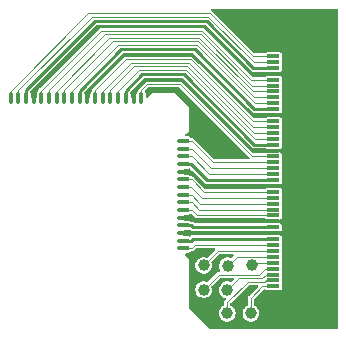
<source format=gbr>
%TF.GenerationSoftware,KiCad,Pcbnew,7.0.7*%
%TF.CreationDate,2024-03-24T16:11:16-04:00*%
%TF.ProjectId,RCP-FLEX,5243502d-464c-4455-982e-6b696361645f,rev?*%
%TF.SameCoordinates,Original*%
%TF.FileFunction,Copper,L1,Top*%
%TF.FilePolarity,Positive*%
%FSLAX46Y46*%
G04 Gerber Fmt 4.6, Leading zero omitted, Abs format (unit mm)*
G04 Created by KiCad (PCBNEW 7.0.7) date 2024-03-24 16:11:16*
%MOMM*%
%LPD*%
G01*
G04 APERTURE LIST*
%TA.AperFunction,ComponentPad*%
%ADD10O,0.400000X1.000000*%
%TD*%
%TA.AperFunction,SMDPad,CuDef*%
%ADD11C,1.000000*%
%TD*%
%TA.AperFunction,ComponentPad*%
%ADD12O,1.000000X0.400000*%
%TD*%
%TA.AperFunction,SMDPad,CuDef*%
%ADD13R,1.000000X0.300000*%
%TD*%
%TA.AperFunction,SMDPad,CuDef*%
%ADD14R,1.300000X2.000000*%
%TD*%
%TA.AperFunction,ViaPad*%
%ADD15C,0.400000*%
%TD*%
%TA.AperFunction,ViaPad*%
%ADD16C,0.800000*%
%TD*%
%TA.AperFunction,Conductor*%
%ADD17C,0.100000*%
%TD*%
%TA.AperFunction,Conductor*%
%ADD18C,0.250000*%
%TD*%
G04 APERTURE END LIST*
D10*
%TO.P,TP2,1,1*%
%TO.N,Net-(J1-Pin_2)*%
X160415000Y-63500000D03*
%TD*%
D11*
%TO.P,TP38,1,1*%
%TO.N,Net-(J1-Pin_38)*%
X178100000Y-79705200D03*
%TD*%
D10*
%TO.P,TP9,1,1*%
%TO.N,Net-(J1-Pin_9)*%
X164965000Y-63500000D03*
%TD*%
D12*
%TO.P,TP31,1,1*%
%TO.N,GND*%
X174390000Y-74910000D03*
%TD*%
D10*
%TO.P,TP5,1,1*%
%TO.N,Net-(J1-Pin_5)*%
X162365000Y-63500000D03*
%TD*%
D12*
%TO.P,TP24,1,1*%
%TO.N,Net-(J1-Pin_24)*%
X174390000Y-70360000D03*
%TD*%
D10*
%TO.P,TP1,1,1*%
%TO.N,Net-(J1-Pin_1)*%
X159765000Y-63500000D03*
%TD*%
%TO.P,TP6,1,1*%
%TO.N,Net-(J1-Pin_6)*%
X163015000Y-63500000D03*
%TD*%
D12*
%TO.P,TP23,1,1*%
%TO.N,GND*%
X174390000Y-69710000D03*
%TD*%
D10*
%TO.P,TP14,1,1*%
%TO.N,Net-(J1-Pin_14)*%
X168215000Y-63500000D03*
%TD*%
%TO.P,TP11,1,1*%
%TO.N,GND*%
X166265000Y-63500000D03*
%TD*%
%TO.P,TP18,1,1*%
%TO.N,Net-(J1-Pin_18)*%
X170815000Y-63500000D03*
%TD*%
D11*
%TO.P,TP37,1,1*%
%TO.N,Net-(J1-Pin_37)*%
X176100000Y-79700000D03*
%TD*%
D10*
%TO.P,TP17,1,1*%
%TO.N,GND*%
X170165000Y-63500000D03*
%TD*%
%TO.P,TP4,1,1*%
%TO.N,GND*%
X161715000Y-63500000D03*
%TD*%
%TO.P,TP10,1,1*%
%TO.N,3v3*%
X165615000Y-63500000D03*
%TD*%
D11*
%TO.P,TP34,1,1*%
%TO.N,Net-(J1-Pin_34)*%
X176098200Y-77647800D03*
%TD*%
%TO.P,TP35,1,1*%
%TO.N,Net-(J1-Pin_35)*%
X178130200Y-77673200D03*
%TD*%
%TO.P,TP40,1,1*%
%TO.N,Net-(J1-Pin_40)*%
X180100000Y-81700000D03*
%TD*%
D13*
%TO.P,J1,1,Pin_1*%
%TO.N,Net-(J1-Pin_1)*%
X182016400Y-59915400D03*
%TO.P,J1,2,Pin_2*%
%TO.N,Net-(J1-Pin_2)*%
X182016400Y-60415400D03*
%TO.P,J1,3,Pin_3*%
%TO.N,3v3*%
X182016400Y-60915400D03*
%TO.P,J1,4,Pin_4*%
%TO.N,GND*%
X182016400Y-61415400D03*
%TO.P,J1,5,Pin_5*%
%TO.N,Net-(J1-Pin_5)*%
X182016400Y-61915400D03*
%TO.P,J1,6,Pin_6*%
%TO.N,Net-(J1-Pin_6)*%
X182016400Y-62415400D03*
%TO.P,J1,7,Pin_7*%
%TO.N,Net-(J1-Pin_7)*%
X182016400Y-62915400D03*
%TO.P,J1,8,Pin_8*%
%TO.N,Net-(J1-Pin_8)*%
X182016400Y-63415400D03*
%TO.P,J1,9,Pin_9*%
%TO.N,Net-(J1-Pin_9)*%
X182016400Y-63915400D03*
%TO.P,J1,10,Pin_10*%
%TO.N,3v3*%
X182016400Y-64415400D03*
%TO.P,J1,11,Pin_11*%
%TO.N,GND*%
X182016400Y-64915400D03*
%TO.P,J1,12,Pin_12*%
%TO.N,Net-(J1-Pin_12)*%
X182016400Y-65415400D03*
%TO.P,J1,13,Pin_13*%
%TO.N,Net-(J1-Pin_13)*%
X182016400Y-65915400D03*
%TO.P,J1,14,Pin_14*%
%TO.N,Net-(J1-Pin_14)*%
X182016400Y-66415400D03*
%TO.P,J1,15,Pin_15*%
%TO.N,Net-(J1-Pin_15)*%
X182016400Y-66915400D03*
%TO.P,J1,16,Pin_16*%
%TO.N,3v3*%
X182016400Y-67415400D03*
%TO.P,J1,17,Pin_17*%
%TO.N,GND*%
X182016400Y-67915400D03*
%TO.P,J1,18,Pin_18*%
%TO.N,Net-(J1-Pin_18)*%
X182016400Y-68415400D03*
%TO.P,J1,19,Pin_19*%
%TO.N,Net-(J1-Pin_19)*%
X182016400Y-68915400D03*
%TO.P,J1,20,Pin_20*%
%TO.N,Net-(J1-Pin_20)*%
X182016400Y-69415400D03*
%TO.P,J1,21,Pin_21*%
%TO.N,Net-(J1-Pin_21)*%
X182016400Y-69915400D03*
%TO.P,J1,22,Pin_22*%
%TO.N,3v3*%
X182016400Y-70415400D03*
%TO.P,J1,23,Pin_23*%
%TO.N,GND*%
X182016400Y-70915400D03*
%TO.P,J1,24,Pin_24*%
%TO.N,Net-(J1-Pin_24)*%
X182016400Y-71415400D03*
%TO.P,J1,25,Pin_25*%
%TO.N,Net-(J1-Pin_25)*%
X182016400Y-71915400D03*
%TO.P,J1,26,Pin_26*%
%TO.N,Net-(J1-Pin_26)*%
X182016400Y-72415400D03*
%TO.P,J1,27,Pin_27*%
%TO.N,Net-(J1-Pin_27)*%
X182016400Y-72915400D03*
%TO.P,J1,28,Pin_28*%
%TO.N,Net-(J1-Pin_28)*%
X182016400Y-73415400D03*
%TO.P,J1,29,Pin_29*%
%TO.N,GND*%
X182016400Y-73915400D03*
%TO.P,J1,30,Pin_30*%
%TO.N,3v3*%
X182016400Y-74415400D03*
%TO.P,J1,31,Pin_31*%
%TO.N,GND*%
X182016400Y-74915400D03*
%TO.P,J1,32,Pin_32*%
%TO.N,3v3*%
X182016400Y-75415400D03*
%TO.P,J1,33,Pin_33*%
%TO.N,Net-(J1-Pin_33)*%
X182016400Y-75915400D03*
%TO.P,J1,34,Pin_34*%
%TO.N,Net-(J1-Pin_34)*%
X182016400Y-76415400D03*
%TO.P,J1,35,Pin_35*%
%TO.N,Net-(J1-Pin_35)*%
X182016400Y-76915400D03*
%TO.P,J1,36,Pin_36*%
%TO.N,Net-(J1-Pin_36)*%
X182016400Y-77415400D03*
%TO.P,J1,37,Pin_37*%
%TO.N,Net-(J1-Pin_37)*%
X182016400Y-77915400D03*
%TO.P,J1,38,Pin_38*%
%TO.N,Net-(J1-Pin_38)*%
X182016400Y-78415400D03*
%TO.P,J1,39,Pin_39*%
%TO.N,Net-(J1-Pin_39)*%
X182016400Y-78915400D03*
%TO.P,J1,40,Pin_40*%
%TO.N,Net-(J1-Pin_40)*%
X182016400Y-79415400D03*
D14*
%TO.P,J1,MP,MountPin*%
%TO.N,GND*%
X184716400Y-81715400D03*
X184716400Y-57615400D03*
%TD*%
D12*
%TO.P,TP29,1,1*%
%TO.N,GND*%
X174390000Y-73610000D03*
%TD*%
%TO.P,TP27,1,1*%
%TO.N,Net-(J1-Pin_27)*%
X174390000Y-72310000D03*
%TD*%
D10*
%TO.P,TP15,1,1*%
%TO.N,Net-(J1-Pin_15)*%
X168865000Y-63500000D03*
%TD*%
%TO.P,TP12,1,1*%
%TO.N,Net-(J1-Pin_12)*%
X166915000Y-63500000D03*
%TD*%
%TO.P,TP7,1,1*%
%TO.N,Net-(J1-Pin_7)*%
X163665000Y-63500000D03*
%TD*%
%TO.P,TP8,1,1*%
%TO.N,Net-(J1-Pin_8)*%
X164315000Y-63500000D03*
%TD*%
%TO.P,TP16,1,1*%
%TO.N,3v3*%
X169515000Y-63500000D03*
%TD*%
D12*
%TO.P,TP20,1,1*%
%TO.N,Net-(J1-Pin_20)*%
X174390000Y-67760000D03*
%TD*%
%TO.P,TP25,1,1*%
%TO.N,Net-(J1-Pin_25)*%
X174390000Y-71010000D03*
%TD*%
%TO.P,TP21,1,1*%
%TO.N,Net-(J1-Pin_21)*%
X174390000Y-68410000D03*
%TD*%
%TO.P,TP22,1,1*%
%TO.N,3v3*%
X174390000Y-69060000D03*
%TD*%
D11*
%TO.P,TP39,1,1*%
%TO.N,Net-(J1-Pin_39)*%
X178100000Y-81700000D03*
%TD*%
D10*
%TO.P,TP3,1,1*%
%TO.N,3v3*%
X161065000Y-63500000D03*
%TD*%
D12*
%TO.P,TP30,1,1*%
%TO.N,3v3*%
X174390000Y-74260000D03*
%TD*%
%TO.P,TP19,1,1*%
%TO.N,Net-(J1-Pin_19)*%
X174390000Y-67110000D03*
%TD*%
%TO.P,TP33,1,1*%
%TO.N,Net-(J1-Pin_33)*%
X174390000Y-76210000D03*
%TD*%
D11*
%TO.P,TP36,1,1*%
%TO.N,Net-(J1-Pin_36)*%
X180162200Y-77647800D03*
%TD*%
D12*
%TO.P,TP28,1,1*%
%TO.N,Net-(J1-Pin_28)*%
X174390000Y-72960000D03*
%TD*%
%TO.P,TP26,1,1*%
%TO.N,Net-(J1-Pin_26)*%
X174390000Y-71660000D03*
%TD*%
%TO.P,TP32,1,1*%
%TO.N,3v3*%
X174390000Y-75560000D03*
%TD*%
D10*
%TO.P,TP13,1,1*%
%TO.N,Net-(J1-Pin_13)*%
X167565000Y-63500000D03*
%TD*%
D15*
%TO.N,Net-(J1-Pin_1)*%
X159760000Y-63200000D03*
%TO.N,Net-(J1-Pin_2)*%
X160410000Y-63200000D03*
%TO.N,3v3*%
X174690000Y-74260000D03*
X174690000Y-69060000D03*
X161070000Y-63200000D03*
X165620000Y-63200000D03*
X169510000Y-63200000D03*
X174690000Y-75560000D03*
%TO.N,GND*%
X174690000Y-73610000D03*
D16*
X176900000Y-67000000D03*
X184800000Y-69600000D03*
D15*
X170160000Y-63200000D03*
D16*
X184800000Y-75600000D03*
D15*
X174690000Y-69710000D03*
X174690000Y-74910000D03*
D16*
X184800000Y-66600000D03*
D15*
X166260000Y-63200000D03*
D16*
X184800000Y-63100000D03*
D15*
X161720000Y-63200000D03*
D16*
X184800000Y-72600000D03*
D15*
%TO.N,Net-(J1-Pin_5)*%
X162360000Y-63200000D03*
%TO.N,Net-(J1-Pin_6)*%
X163010000Y-63200000D03*
%TO.N,Net-(J1-Pin_7)*%
X163660000Y-63200000D03*
%TO.N,Net-(J1-Pin_8)*%
X164310000Y-63200000D03*
%TO.N,Net-(J1-Pin_9)*%
X164960000Y-63200000D03*
%TO.N,Net-(J1-Pin_12)*%
X166910000Y-63200000D03*
%TO.N,Net-(J1-Pin_13)*%
X167560000Y-63200000D03*
%TO.N,Net-(J1-Pin_14)*%
X168210000Y-63200000D03*
%TO.N,Net-(J1-Pin_15)*%
X168860000Y-63200000D03*
%TO.N,Net-(J1-Pin_18)*%
X170810000Y-63200000D03*
%TO.N,Net-(J1-Pin_19)*%
X174690000Y-67110000D03*
%TO.N,Net-(J1-Pin_20)*%
X174690000Y-67760000D03*
%TO.N,Net-(J1-Pin_21)*%
X174690000Y-68410000D03*
%TO.N,Net-(J1-Pin_24)*%
X174690000Y-70360000D03*
%TO.N,Net-(J1-Pin_25)*%
X174690000Y-71010000D03*
%TO.N,Net-(J1-Pin_26)*%
X174690000Y-71660000D03*
%TO.N,Net-(J1-Pin_27)*%
X174690000Y-72310000D03*
%TO.N,Net-(J1-Pin_28)*%
X174690000Y-72960000D03*
%TO.N,Net-(J1-Pin_33)*%
X174690000Y-76210000D03*
%TD*%
D17*
%TO.N,Net-(J1-Pin_1)*%
X159765000Y-62835000D02*
X166325000Y-56275000D01*
X159760000Y-63200000D02*
X159765000Y-63195000D01*
X159765000Y-63195000D02*
X159765000Y-62835000D01*
X159765000Y-63205000D02*
X159760000Y-63200000D01*
X159765000Y-63500000D02*
X159765000Y-63205000D01*
X166325000Y-56275000D02*
X176629594Y-56275000D01*
X176629594Y-56275000D02*
X180269994Y-59915400D01*
X180269994Y-59915400D02*
X182016400Y-59915400D01*
%TO.N,Net-(J1-Pin_2)*%
X180345730Y-60415400D02*
X182016400Y-60415400D01*
X176505330Y-56575000D02*
X180345730Y-60415400D01*
X160415000Y-63205000D02*
X160410000Y-63200000D01*
X160410000Y-63200000D02*
X160415000Y-63195000D01*
X160415000Y-63195000D02*
X160415000Y-62785000D01*
X160415000Y-63500000D02*
X160415000Y-63205000D01*
X166625000Y-56575000D02*
X176505330Y-56575000D01*
X160415000Y-62785000D02*
X166625000Y-56575000D01*
D18*
%TO.N,3v3*%
X176415400Y-70415400D02*
X182016400Y-70415400D01*
X175184600Y-75415400D02*
X182016400Y-75415400D01*
X161065000Y-63195000D02*
X161065000Y-62798604D01*
X169109804Y-59353800D02*
X175344790Y-59353800D01*
X165615000Y-62848604D02*
X169109804Y-59353800D01*
X174690000Y-75560000D02*
X175040000Y-75560000D01*
X169515000Y-63205000D02*
X169510000Y-63200000D01*
X175060000Y-69060000D02*
X176415400Y-70415400D01*
X165615000Y-63205000D02*
X165620000Y-63200000D01*
X161065000Y-62798604D02*
X166913604Y-56950000D01*
X169510000Y-63200000D02*
X169515000Y-63195000D01*
X169515000Y-63500000D02*
X169515000Y-63205000D01*
X161065000Y-63205000D02*
X161070000Y-63200000D01*
X176350000Y-56950000D02*
X180315400Y-60915400D01*
X161065000Y-63500000D02*
X161065000Y-63205000D01*
X174690000Y-69060000D02*
X175060000Y-69060000D01*
X180406390Y-64415400D02*
X182016400Y-64415400D01*
X180400462Y-67415400D02*
X182016400Y-67415400D01*
X166913604Y-56950000D02*
X176350000Y-56950000D01*
X165615000Y-63195000D02*
X165615000Y-62848604D01*
X175060000Y-74260000D02*
X175215400Y-74415400D01*
X174690000Y-74260000D02*
X175060000Y-74260000D01*
X175040000Y-75560000D02*
X175184600Y-75415400D01*
X175344790Y-59353800D02*
X180406390Y-64415400D01*
X169515000Y-62848604D02*
X170909804Y-61453800D01*
X180315400Y-60915400D02*
X182016400Y-60915400D01*
X174390000Y-74260000D02*
X174690000Y-74260000D01*
X161070000Y-63200000D02*
X161065000Y-63195000D01*
X175215400Y-74415400D02*
X182016400Y-74415400D01*
X174390000Y-69060000D02*
X174690000Y-69060000D01*
X169515000Y-63195000D02*
X169515000Y-62848604D01*
X174390000Y-75560000D02*
X174690000Y-75560000D01*
X165615000Y-63500000D02*
X165615000Y-63205000D01*
X165620000Y-63200000D02*
X165615000Y-63195000D01*
X170909804Y-61453800D02*
X174438862Y-61453800D01*
X174438862Y-61453800D02*
X180400462Y-67415400D01*
%TO.N,GND*%
X174690000Y-74910000D02*
X175090000Y-74910000D01*
X175351796Y-73915400D02*
X182016400Y-73915400D01*
X176148706Y-57400000D02*
X180164106Y-61415400D01*
X175100000Y-73700000D02*
X175136396Y-73700000D01*
X176279004Y-70915400D02*
X182016400Y-70915400D01*
X166260000Y-63200000D02*
X166265000Y-63195000D01*
X169296200Y-59803800D02*
X175158394Y-59803800D01*
X161720000Y-63200000D02*
X161715000Y-63195000D01*
X180264066Y-67915400D02*
X182016400Y-67915400D01*
X166265000Y-63500000D02*
X166265000Y-63205000D01*
X166265000Y-62835000D02*
X169296200Y-59803800D01*
X174390000Y-73610000D02*
X174690000Y-73610000D01*
X170165000Y-63205000D02*
X170160000Y-63200000D01*
X175073604Y-69710000D02*
X176279004Y-70915400D01*
X175158394Y-59803800D02*
X180269994Y-64915400D01*
X174690000Y-73610000D02*
X175010000Y-73610000D01*
X174690000Y-69710000D02*
X175073604Y-69710000D01*
X180269994Y-64915400D02*
X182016400Y-64915400D01*
X170165000Y-63195000D02*
X170165000Y-62835000D01*
X174252466Y-61903800D02*
X180264066Y-67915400D01*
X180164106Y-61415400D02*
X182016400Y-61415400D01*
X174390000Y-69710000D02*
X174690000Y-69710000D01*
X161715000Y-63205000D02*
X161720000Y-63200000D01*
X161715000Y-63195000D02*
X161715000Y-62785000D01*
X170160000Y-63200000D02*
X170165000Y-63195000D01*
X171096200Y-61903800D02*
X174252466Y-61903800D01*
X174390000Y-74910000D02*
X174690000Y-74910000D01*
X166265000Y-63205000D02*
X166260000Y-63200000D01*
X167100000Y-57400000D02*
X176148706Y-57400000D01*
X161715000Y-63500000D02*
X161715000Y-63205000D01*
X170165000Y-63500000D02*
X170165000Y-63205000D01*
X166265000Y-63195000D02*
X166265000Y-62835000D01*
X175010000Y-73610000D02*
X175100000Y-73700000D01*
X161715000Y-62785000D02*
X167100000Y-57400000D01*
X175136396Y-73700000D02*
X175351796Y-73915400D01*
X175115400Y-74915400D02*
X182016400Y-74915400D01*
X170165000Y-62835000D02*
X171096200Y-61903800D01*
D17*
%TO.N,Net-(J1-Pin_5)*%
X162365000Y-63500000D02*
X162365000Y-63205000D01*
X162360000Y-63200000D02*
X162365000Y-63195000D01*
X162365000Y-63205000D02*
X162360000Y-63200000D01*
X167421200Y-57778800D02*
X175997176Y-57778800D01*
X175997176Y-57778800D02*
X180133776Y-61915400D01*
X162365000Y-62835000D02*
X167421200Y-57778800D01*
X180133776Y-61915400D02*
X182016400Y-61915400D01*
X162365000Y-63195000D02*
X162365000Y-62835000D01*
%TO.N,Net-(J1-Pin_6)*%
X180209512Y-62415400D02*
X182016400Y-62415400D01*
X163015000Y-63205000D02*
X163010000Y-63200000D01*
X163015000Y-63195000D02*
X163015000Y-62785000D01*
X175872912Y-58078800D02*
X180209512Y-62415400D01*
X163015000Y-63500000D02*
X163015000Y-63205000D01*
X163010000Y-63200000D02*
X163015000Y-63195000D01*
X163015000Y-62785000D02*
X167721200Y-58078800D01*
X167721200Y-58078800D02*
X175872912Y-58078800D01*
%TO.N,Net-(J1-Pin_7)*%
X163665000Y-63500000D02*
X163665000Y-63205000D01*
X180285248Y-62915400D02*
X182016400Y-62915400D01*
X175748648Y-58378800D02*
X180285248Y-62915400D01*
X163665000Y-62835000D02*
X168121200Y-58378800D01*
X168121200Y-58378800D02*
X175748648Y-58378800D01*
X163665000Y-63195000D02*
X163665000Y-62835000D01*
X163660000Y-63200000D02*
X163665000Y-63195000D01*
X163665000Y-63205000D02*
X163660000Y-63200000D01*
%TO.N,Net-(J1-Pin_8)*%
X164310000Y-63200000D02*
X164315000Y-63195000D01*
X164315000Y-63195000D02*
X164315000Y-62785000D01*
X175624384Y-58678800D02*
X180360984Y-63415400D01*
X164315000Y-63500000D02*
X164315000Y-63205000D01*
X164315000Y-63205000D02*
X164310000Y-63200000D01*
X164315000Y-62785000D02*
X168421200Y-58678800D01*
X168421200Y-58678800D02*
X175624384Y-58678800D01*
X180360984Y-63415400D02*
X182016400Y-63415400D01*
%TO.N,Net-(J1-Pin_9)*%
X168821200Y-58978800D02*
X175500120Y-58978800D01*
X180436720Y-63915400D02*
X182016400Y-63915400D01*
X164965000Y-63195000D02*
X164965000Y-62835000D01*
X175500120Y-58978800D02*
X180436720Y-63915400D01*
X164965000Y-63500000D02*
X164965000Y-63205000D01*
X164965000Y-62835000D02*
X168821200Y-58978800D01*
X164965000Y-63205000D02*
X164960000Y-63200000D01*
X164960000Y-63200000D02*
X164965000Y-63195000D01*
%TO.N,Net-(J1-Pin_12)*%
X169521200Y-60178800D02*
X175003064Y-60178800D01*
X180239664Y-65415400D02*
X182016400Y-65415400D01*
X166910000Y-63200000D02*
X166915000Y-63195000D01*
X166915000Y-63195000D02*
X166915000Y-62785000D01*
X166915000Y-62785000D02*
X169521200Y-60178800D01*
X175003064Y-60178800D02*
X180239664Y-65415400D01*
X166915000Y-63205000D02*
X166910000Y-63200000D01*
X166915000Y-63500000D02*
X166915000Y-63205000D01*
%TO.N,Net-(J1-Pin_13)*%
X167565000Y-63205000D02*
X167560000Y-63200000D01*
X174878800Y-60478800D02*
X180315400Y-65915400D01*
X167565000Y-63195000D02*
X167565000Y-62835000D01*
X167560000Y-63200000D02*
X167565000Y-63195000D01*
X167565000Y-63500000D02*
X167565000Y-63205000D01*
X167565000Y-62835000D02*
X169921200Y-60478800D01*
X180315400Y-65915400D02*
X182016400Y-65915400D01*
X169921200Y-60478800D02*
X174878800Y-60478800D01*
%TO.N,Net-(J1-Pin_14)*%
X168210000Y-63200000D02*
X168215000Y-63195000D01*
X168215000Y-63205000D02*
X168210000Y-63200000D01*
X180355056Y-66415400D02*
X182016400Y-66415400D01*
X168215000Y-63500000D02*
X168215000Y-63205000D01*
X168215000Y-63195000D02*
X168215000Y-62785000D01*
X170221200Y-60778800D02*
X174718456Y-60778800D01*
X174718456Y-60778800D02*
X180355056Y-66415400D01*
X168215000Y-62785000D02*
X170221200Y-60778800D01*
%TO.N,Net-(J1-Pin_15)*%
X174594192Y-61078800D02*
X180430792Y-66915400D01*
X170621200Y-61078800D02*
X174594192Y-61078800D01*
X168865000Y-63195000D02*
X168865000Y-62835000D01*
X180430792Y-66915400D02*
X182016400Y-66915400D01*
X168860000Y-63200000D02*
X168865000Y-63195000D01*
X168865000Y-62835000D02*
X170621200Y-61078800D01*
X168865000Y-63500000D02*
X168865000Y-63205000D01*
X168865000Y-63205000D02*
X168860000Y-63200000D01*
%TO.N,Net-(J1-Pin_18)*%
X170815000Y-63500000D02*
X170815000Y-63205000D01*
X171341200Y-62278800D02*
X174097136Y-62278800D01*
X170815000Y-63205000D02*
X170810000Y-63200000D01*
X170815000Y-63195000D02*
X170815000Y-62805000D01*
X170815000Y-62805000D02*
X171341200Y-62278800D01*
X174097136Y-62278800D02*
X180233736Y-68415400D01*
X170810000Y-63200000D02*
X170815000Y-63195000D01*
X180233736Y-68415400D02*
X182016400Y-68415400D01*
%TO.N,Net-(J1-Pin_19)*%
X175090000Y-67110000D02*
X176895400Y-68915400D01*
X174690000Y-67110000D02*
X175090000Y-67110000D01*
X176895400Y-68915400D02*
X182016400Y-68915400D01*
X174390000Y-67110000D02*
X174690000Y-67110000D01*
%TO.N,Net-(J1-Pin_20)*%
X175090000Y-67760000D02*
X176745400Y-69415400D01*
X174690000Y-67760000D02*
X175090000Y-67760000D01*
X174390000Y-67760000D02*
X174690000Y-67760000D01*
X176745400Y-69415400D02*
X182016400Y-69415400D01*
%TO.N,Net-(J1-Pin_21)*%
X174690000Y-68410000D02*
X175090000Y-68410000D01*
X176595400Y-69915400D02*
X182016400Y-69915400D01*
X175090000Y-68410000D02*
X176595400Y-69915400D01*
X174390000Y-68410000D02*
X174690000Y-68410000D01*
%TO.N,Net-(J1-Pin_24)*%
X174390000Y-70360000D02*
X174690000Y-70360000D01*
X175090000Y-70360000D02*
X176145400Y-71415400D01*
X176145400Y-71415400D02*
X182016400Y-71415400D01*
X174690000Y-70360000D02*
X175090000Y-70360000D01*
%TO.N,Net-(J1-Pin_25)*%
X174390000Y-71010000D02*
X174690000Y-71010000D01*
X174690000Y-71010000D02*
X175070000Y-71010000D01*
X175975400Y-71915400D02*
X182016400Y-71915400D01*
X175070000Y-71010000D02*
X175975400Y-71915400D01*
%TO.N,Net-(J1-Pin_26)*%
X175835400Y-72415400D02*
X182016400Y-72415400D01*
X175080000Y-71660000D02*
X175835400Y-72415400D01*
X174390000Y-71660000D02*
X174690000Y-71660000D01*
X174690000Y-71660000D02*
X175080000Y-71660000D01*
%TO.N,Net-(J1-Pin_27)*%
X175080000Y-72310000D02*
X175685400Y-72915400D01*
X174390000Y-72310000D02*
X174690000Y-72310000D01*
X174690000Y-72310000D02*
X175080000Y-72310000D01*
X175685400Y-72915400D02*
X182016400Y-72915400D01*
%TO.N,Net-(J1-Pin_28)*%
X174690000Y-72960000D02*
X175090000Y-72960000D01*
X174390000Y-72960000D02*
X174690000Y-72960000D01*
X175090000Y-72960000D02*
X175545400Y-73415400D01*
X175545400Y-73415400D02*
X182016400Y-73415400D01*
%TO.N,Net-(J1-Pin_33)*%
X174390000Y-76210000D02*
X174690000Y-76210000D01*
X175374600Y-75915400D02*
X182016400Y-75915400D01*
X174690000Y-76210000D02*
X175080000Y-76210000D01*
X175080000Y-76210000D02*
X175374600Y-75915400D01*
%TO.N,Net-(J1-Pin_34)*%
X176098200Y-77647800D02*
X177330600Y-76415400D01*
X177330600Y-76415400D02*
X182016400Y-76415400D01*
%TO.N,Net-(J1-Pin_35)*%
X178905600Y-76897800D02*
X181998800Y-76897800D01*
X178130200Y-77673200D02*
X178905600Y-76897800D01*
X181998800Y-76897800D02*
X182016400Y-76915400D01*
%TO.N,Net-(J1-Pin_36)*%
X180394600Y-77415400D02*
X182016400Y-77415400D01*
X180162200Y-77647800D02*
X180394600Y-77415400D01*
%TO.N,Net-(J1-Pin_37)*%
X180776800Y-78423200D02*
X181284600Y-77915400D01*
X177376800Y-78423200D02*
X180776800Y-78423200D01*
X176100000Y-79700000D02*
X177376800Y-78423200D01*
X181284600Y-77915400D02*
X182016400Y-77915400D01*
%TO.N,Net-(J1-Pin_38)*%
X179082000Y-78723200D02*
X181058600Y-78723200D01*
X178100000Y-79705200D02*
X179082000Y-78723200D01*
X181366400Y-78415400D02*
X182016400Y-78415400D01*
X181058600Y-78723200D02*
X181366400Y-78415400D01*
%TO.N,Net-(J1-Pin_39)*%
X178100000Y-80765861D02*
X179842661Y-79023200D01*
X178100000Y-81700000D02*
X178100000Y-80765861D01*
X179842661Y-79023200D02*
X181266400Y-79023200D01*
X181374200Y-78915400D02*
X182016400Y-78915400D01*
X181266400Y-79023200D02*
X181374200Y-78915400D01*
%TO.N,Net-(J1-Pin_40)*%
X180100000Y-80400000D02*
X181084600Y-79415400D01*
X180100000Y-81700000D02*
X180100000Y-80400000D01*
X181084600Y-79415400D02*
X182016400Y-79415400D01*
%TD*%
%TA.AperFunction,Conductor*%
%TO.N,GND*%
G36*
X187410691Y-55919407D02*
G01*
X187446655Y-55968907D01*
X187451500Y-55999500D01*
X187451500Y-82958500D01*
X187432593Y-83016691D01*
X187383093Y-83052655D01*
X187352500Y-83057500D01*
X176672815Y-83057500D01*
X176614624Y-83038593D01*
X176602811Y-83028504D01*
X174908505Y-81334197D01*
X174880728Y-81279680D01*
X174879509Y-81264178D01*
X174880496Y-77122359D01*
X174880542Y-77110001D01*
X174880424Y-77109718D01*
X174880424Y-77109717D01*
X174880383Y-77109617D01*
X174880381Y-77109616D01*
X174866790Y-77095957D01*
X174866407Y-77095700D01*
X174550211Y-76779503D01*
X174522434Y-76724987D01*
X174532005Y-76664555D01*
X174575270Y-76621290D01*
X174620215Y-76610500D01*
X174650691Y-76610500D01*
X174666177Y-76611718D01*
X174690000Y-76615492D01*
X174815304Y-76595646D01*
X174928342Y-76538050D01*
X174976677Y-76489714D01*
X175031191Y-76461938D01*
X175065993Y-76462621D01*
X175080000Y-76465408D01*
X175177741Y-76445966D01*
X175223486Y-76415400D01*
X175260601Y-76390601D01*
X175269163Y-76377785D01*
X175281470Y-76362788D01*
X175449363Y-76194896D01*
X175503881Y-76167119D01*
X175519367Y-76165900D01*
X176986830Y-76165900D01*
X177045021Y-76184807D01*
X177080985Y-76234307D01*
X177080985Y-76295493D01*
X177056834Y-76334904D01*
X176432274Y-76959463D01*
X176377757Y-76987240D01*
X176338579Y-76985582D01*
X176183261Y-76947300D01*
X176183256Y-76947300D01*
X176013144Y-76947300D01*
X176013141Y-76947300D01*
X175847976Y-76988009D01*
X175697346Y-77067067D01*
X175570018Y-77179869D01*
X175570016Y-77179872D01*
X175502357Y-77277893D01*
X175473382Y-77319870D01*
X175413060Y-77478928D01*
X175392555Y-77647800D01*
X175413060Y-77816672D01*
X175473382Y-77975730D01*
X175570017Y-78115729D01*
X175697348Y-78228534D01*
X175847975Y-78307590D01*
X176013144Y-78348300D01*
X176013147Y-78348300D01*
X176183253Y-78348300D01*
X176183256Y-78348300D01*
X176348425Y-78307590D01*
X176499052Y-78228534D01*
X176626383Y-78115729D01*
X176723018Y-77975730D01*
X176783340Y-77816672D01*
X176803845Y-77647800D01*
X176783340Y-77478928D01*
X176761489Y-77421313D01*
X176758535Y-77360200D01*
X176784054Y-77316205D01*
X176913091Y-77187169D01*
X177405364Y-76694896D01*
X177459881Y-76667119D01*
X177475368Y-76665900D01*
X178544231Y-76665900D01*
X178602422Y-76684807D01*
X178638386Y-76734307D01*
X178638386Y-76795493D01*
X178614234Y-76834904D01*
X178464273Y-76984864D01*
X178409757Y-77012641D01*
X178370578Y-77010983D01*
X178215258Y-76972700D01*
X178215256Y-76972700D01*
X178045144Y-76972700D01*
X178045141Y-76972700D01*
X177879976Y-77013409D01*
X177729346Y-77092467D01*
X177602018Y-77205269D01*
X177602016Y-77205271D01*
X177602017Y-77205271D01*
X177505382Y-77345270D01*
X177454693Y-77478929D01*
X177445060Y-77504329D01*
X177427848Y-77646084D01*
X177424555Y-77673200D01*
X177445060Y-77842072D01*
X177505382Y-78001130D01*
X177516655Y-78017461D01*
X177534151Y-78076091D01*
X177513844Y-78133808D01*
X177463489Y-78168566D01*
X177435180Y-78172700D01*
X177411226Y-78172700D01*
X177391913Y-78170798D01*
X177376800Y-78167792D01*
X177352126Y-78172700D01*
X177279060Y-78187234D01*
X177279058Y-78187234D01*
X177279058Y-78187235D01*
X177279057Y-78187235D01*
X177196201Y-78242597D01*
X177196196Y-78242602D01*
X177187638Y-78255410D01*
X177175329Y-78270409D01*
X176434074Y-79011664D01*
X176379557Y-79039441D01*
X176340378Y-79037783D01*
X176185058Y-78999500D01*
X176185056Y-78999500D01*
X176014944Y-78999500D01*
X176014941Y-78999500D01*
X175849776Y-79040209D01*
X175699146Y-79119267D01*
X175571818Y-79232069D01*
X175571816Y-79232072D01*
X175562442Y-79245653D01*
X175475182Y-79372070D01*
X175414860Y-79531128D01*
X175408025Y-79587418D01*
X175394355Y-79699998D01*
X175394355Y-79700001D01*
X175395091Y-79706059D01*
X175414860Y-79868872D01*
X175475182Y-80027930D01*
X175571816Y-80167927D01*
X175571818Y-80167930D01*
X175577688Y-80173130D01*
X175699148Y-80280734D01*
X175849775Y-80359790D01*
X176014944Y-80400500D01*
X176014947Y-80400500D01*
X176185053Y-80400500D01*
X176185056Y-80400500D01*
X176350225Y-80359790D01*
X176500852Y-80280734D01*
X176628183Y-80167929D01*
X176724818Y-80027930D01*
X176785140Y-79868872D01*
X176804909Y-79706059D01*
X176805645Y-79700001D01*
X176805645Y-79699998D01*
X176798800Y-79643627D01*
X176785140Y-79531128D01*
X176763289Y-79473513D01*
X176760335Y-79412400D01*
X176785854Y-79368405D01*
X177451565Y-78702696D01*
X177506081Y-78674919D01*
X177521568Y-78673700D01*
X178538232Y-78673700D01*
X178596423Y-78692607D01*
X178632387Y-78742107D01*
X178632387Y-78803293D01*
X178608235Y-78842704D01*
X178434073Y-79016864D01*
X178379556Y-79044641D01*
X178340378Y-79042983D01*
X178185058Y-79004700D01*
X178185056Y-79004700D01*
X178014944Y-79004700D01*
X178014941Y-79004700D01*
X177849776Y-79045409D01*
X177699146Y-79124467D01*
X177571818Y-79237269D01*
X177571816Y-79237272D01*
X177545830Y-79274919D01*
X177475182Y-79377270D01*
X177436710Y-79478715D01*
X177414860Y-79536329D01*
X177394355Y-79705198D01*
X177394355Y-79705201D01*
X177394932Y-79709950D01*
X177414860Y-79874072D01*
X177475182Y-80033130D01*
X177571817Y-80173129D01*
X177699148Y-80285934D01*
X177849775Y-80364990D01*
X177849777Y-80364991D01*
X177917482Y-80381678D01*
X177969458Y-80413961D01*
X177992531Y-80470629D01*
X177977889Y-80530037D01*
X177963795Y-80547805D01*
X177947212Y-80564388D01*
X177932213Y-80576697D01*
X177919402Y-80585257D01*
X177919397Y-80585262D01*
X177885519Y-80635966D01*
X177864034Y-80668118D01*
X177844592Y-80765861D01*
X177847598Y-80780972D01*
X177849500Y-80800286D01*
X177849500Y-80980506D01*
X177830593Y-81038697D01*
X177796508Y-81068166D01*
X177699148Y-81119266D01*
X177699146Y-81119267D01*
X177699145Y-81119268D01*
X177571818Y-81232069D01*
X177571816Y-81232072D01*
X177521345Y-81305192D01*
X177475182Y-81372070D01*
X177414860Y-81531128D01*
X177394355Y-81700000D01*
X177414860Y-81868872D01*
X177475182Y-82027930D01*
X177571817Y-82167929D01*
X177699148Y-82280734D01*
X177849775Y-82359790D01*
X178014944Y-82400500D01*
X178014947Y-82400500D01*
X178185053Y-82400500D01*
X178185056Y-82400500D01*
X178350225Y-82359790D01*
X178500852Y-82280734D01*
X178628183Y-82167929D01*
X178724818Y-82027930D01*
X178785140Y-81868872D01*
X178805645Y-81700000D01*
X178785140Y-81531128D01*
X178724818Y-81372070D01*
X178628183Y-81232071D01*
X178500852Y-81119266D01*
X178403491Y-81068166D01*
X178360753Y-81024381D01*
X178350500Y-80980506D01*
X178350500Y-80910629D01*
X178369407Y-80852438D01*
X178379496Y-80840625D01*
X179917426Y-79302696D01*
X179971943Y-79274919D01*
X179987430Y-79273700D01*
X180633031Y-79273700D01*
X180691222Y-79292607D01*
X180727186Y-79342107D01*
X180727186Y-79403293D01*
X180703035Y-79442704D01*
X179947209Y-80198529D01*
X179932210Y-80210838D01*
X179919402Y-80219396D01*
X179919398Y-80219400D01*
X179883942Y-80272462D01*
X179864033Y-80302260D01*
X179848236Y-80381678D01*
X179844592Y-80400000D01*
X179844691Y-80400500D01*
X179847598Y-80415111D01*
X179849500Y-80434425D01*
X179849500Y-80980506D01*
X179830593Y-81038697D01*
X179796508Y-81068166D01*
X179699148Y-81119266D01*
X179699146Y-81119267D01*
X179699145Y-81119268D01*
X179571818Y-81232069D01*
X179571816Y-81232072D01*
X179521345Y-81305192D01*
X179475182Y-81372070D01*
X179414860Y-81531128D01*
X179394355Y-81700000D01*
X179414860Y-81868872D01*
X179475182Y-82027930D01*
X179571817Y-82167929D01*
X179699148Y-82280734D01*
X179849775Y-82359790D01*
X180014944Y-82400500D01*
X180014947Y-82400500D01*
X180185053Y-82400500D01*
X180185056Y-82400500D01*
X180350225Y-82359790D01*
X180500852Y-82280734D01*
X180628183Y-82167929D01*
X180724818Y-82027930D01*
X180785140Y-81868872D01*
X180805645Y-81700000D01*
X180785140Y-81531128D01*
X180724818Y-81372070D01*
X180628183Y-81232071D01*
X180500852Y-81119266D01*
X180403491Y-81068166D01*
X180360753Y-81024381D01*
X180350500Y-80980506D01*
X180350500Y-80544768D01*
X180369407Y-80486577D01*
X180379496Y-80474764D01*
X181159365Y-79694896D01*
X181213882Y-79667119D01*
X181229369Y-79665900D01*
X181289497Y-79665900D01*
X181347688Y-79684807D01*
X181371811Y-79709897D01*
X181371848Y-79709952D01*
X181438169Y-79754267D01*
X181482631Y-79763111D01*
X181496641Y-79765898D01*
X181496646Y-79765898D01*
X181496652Y-79765900D01*
X181496653Y-79765900D01*
X182536147Y-79765900D01*
X182536148Y-79765900D01*
X182594631Y-79754267D01*
X182660952Y-79709952D01*
X182705267Y-79643631D01*
X182716900Y-79585148D01*
X182716900Y-79245652D01*
X182705267Y-79187169D01*
X182704779Y-79184715D01*
X182704779Y-79146085D01*
X182716898Y-79085158D01*
X182716900Y-79085146D01*
X182716900Y-78745653D01*
X182716900Y-78745652D01*
X182705267Y-78687169D01*
X182705266Y-78687167D01*
X182704778Y-78684714D01*
X182704779Y-78646084D01*
X182716898Y-78585158D01*
X182716900Y-78585146D01*
X182716900Y-78245653D01*
X182716900Y-78245652D01*
X182705267Y-78187169D01*
X182705266Y-78187167D01*
X182704778Y-78184713D01*
X182704779Y-78146082D01*
X182705765Y-78141129D01*
X182710817Y-78115729D01*
X182716899Y-78085156D01*
X182716900Y-78085146D01*
X182716900Y-77745653D01*
X182716900Y-77745652D01*
X182705267Y-77687169D01*
X182705266Y-77687167D01*
X182704778Y-77684714D01*
X182704779Y-77646084D01*
X182716898Y-77585158D01*
X182716900Y-77585146D01*
X182716900Y-77245653D01*
X182716898Y-77245641D01*
X182704779Y-77184715D01*
X182704779Y-77146085D01*
X182716898Y-77085158D01*
X182716900Y-77085146D01*
X182716900Y-76745653D01*
X182716900Y-76745652D01*
X182705267Y-76687169D01*
X182705266Y-76687167D01*
X182704778Y-76684713D01*
X182704779Y-76646082D01*
X182709968Y-76620000D01*
X182714812Y-76595645D01*
X182716899Y-76585156D01*
X182716900Y-76585146D01*
X182716900Y-76245653D01*
X182716898Y-76245641D01*
X182704779Y-76184715D01*
X182704779Y-76146085D01*
X182716898Y-76085158D01*
X182716900Y-76085146D01*
X182716900Y-75745653D01*
X182716900Y-75745652D01*
X182705267Y-75687169D01*
X182705266Y-75687167D01*
X182704778Y-75684714D01*
X182704779Y-75646084D01*
X182716898Y-75585158D01*
X182716900Y-75585146D01*
X182716900Y-75245653D01*
X182716898Y-75245641D01*
X182712790Y-75224990D01*
X182705267Y-75187169D01*
X182660952Y-75120848D01*
X182660948Y-75120845D01*
X182594633Y-75076534D01*
X182594631Y-75076533D01*
X182594628Y-75076532D01*
X182594627Y-75076532D01*
X182536158Y-75064901D01*
X182536148Y-75064900D01*
X181496652Y-75064900D01*
X181496651Y-75064900D01*
X181496641Y-75064901D01*
X181438172Y-75076532D01*
X181438170Y-75076532D01*
X181438169Y-75076533D01*
X181438168Y-75076533D01*
X181429157Y-75080266D01*
X181428123Y-75077769D01*
X181388132Y-75089900D01*
X175200966Y-75089900D01*
X175196665Y-75089712D01*
X175160326Y-75086533D01*
X175155794Y-75086137D01*
X175155789Y-75086137D01*
X175116170Y-75096753D01*
X175111954Y-75097688D01*
X175071556Y-75104811D01*
X175071548Y-75104814D01*
X175070240Y-75105570D01*
X175046386Y-75115451D01*
X175044924Y-75115842D01*
X175044917Y-75115845D01*
X175044916Y-75115846D01*
X175011304Y-75139380D01*
X175007675Y-75141691D01*
X174972144Y-75162206D01*
X174972142Y-75162208D01*
X174968646Y-75166375D01*
X174916757Y-75198795D01*
X174855721Y-75194524D01*
X174847866Y-75190945D01*
X174815304Y-75174354D01*
X174721519Y-75159500D01*
X174690001Y-75154508D01*
X174690000Y-75154508D01*
X174666178Y-75158281D01*
X174650691Y-75159500D01*
X174489280Y-75159500D01*
X174431089Y-75140593D01*
X174395125Y-75091093D01*
X174390280Y-75060514D01*
X174390237Y-74759514D01*
X174409136Y-74701321D01*
X174458631Y-74665350D01*
X174489237Y-74660500D01*
X174650691Y-74660500D01*
X174666177Y-74661718D01*
X174690000Y-74665492D01*
X174815304Y-74645646D01*
X174863093Y-74621295D01*
X174923523Y-74611724D01*
X174978040Y-74639500D01*
X174983876Y-74645869D01*
X174996153Y-74660500D01*
X175002945Y-74668594D01*
X175038473Y-74689106D01*
X175042112Y-74691425D01*
X175075711Y-74714951D01*
X175075713Y-74714952D01*
X175075716Y-74714954D01*
X175077167Y-74715342D01*
X175101059Y-74725240D01*
X175101586Y-74725543D01*
X175102355Y-74725988D01*
X175142751Y-74733110D01*
X175146948Y-74734040D01*
X175186593Y-74744664D01*
X175227477Y-74741087D01*
X175231777Y-74740900D01*
X181388132Y-74740900D01*
X181428123Y-74753030D01*
X181429157Y-74750534D01*
X181438164Y-74754263D01*
X181438169Y-74754267D01*
X181482631Y-74763111D01*
X181496641Y-74765898D01*
X181496646Y-74765898D01*
X181496652Y-74765900D01*
X181496653Y-74765900D01*
X182536147Y-74765900D01*
X182536148Y-74765900D01*
X182594631Y-74754267D01*
X182660952Y-74709952D01*
X182705267Y-74643631D01*
X182716900Y-74585148D01*
X182716900Y-74245652D01*
X182705267Y-74187169D01*
X182660952Y-74120848D01*
X182596481Y-74077769D01*
X182594633Y-74076534D01*
X182594631Y-74076533D01*
X182594628Y-74076532D01*
X182594627Y-74076532D01*
X182536158Y-74064901D01*
X182536148Y-74064900D01*
X181496652Y-74064900D01*
X181496651Y-74064900D01*
X181496641Y-74064901D01*
X181438172Y-74076532D01*
X181438170Y-74076532D01*
X181438169Y-74076533D01*
X181438168Y-74076533D01*
X181429157Y-74080266D01*
X181428123Y-74077769D01*
X181388132Y-74089900D01*
X175391234Y-74089900D01*
X175333043Y-74070993D01*
X175321230Y-74060904D01*
X175301741Y-74041414D01*
X175298822Y-74038229D01*
X175272456Y-74006806D01*
X175249818Y-73993736D01*
X175236918Y-73986288D01*
X175233288Y-73983975D01*
X175199684Y-73960446D01*
X175199679Y-73960443D01*
X175198224Y-73960054D01*
X175174348Y-73950164D01*
X175173045Y-73949411D01*
X175132652Y-73942289D01*
X175128436Y-73941354D01*
X175102153Y-73934312D01*
X175088807Y-73930736D01*
X175088806Y-73930736D01*
X175084381Y-73931123D01*
X175047926Y-73934312D01*
X175043626Y-73934500D01*
X174957114Y-73934500D01*
X174912168Y-73923709D01*
X174815307Y-73874355D01*
X174815304Y-73874354D01*
X174690000Y-73854508D01*
X174666178Y-73858281D01*
X174650691Y-73859500D01*
X174489096Y-73859500D01*
X174430905Y-73840593D01*
X174394941Y-73791093D01*
X174390096Y-73760514D01*
X174390083Y-73670808D01*
X174390053Y-73459514D01*
X174408953Y-73401320D01*
X174458448Y-73365350D01*
X174489054Y-73360500D01*
X174650691Y-73360500D01*
X174666177Y-73361718D01*
X174690000Y-73365492D01*
X174815304Y-73345646D01*
X174928342Y-73288050D01*
X174928342Y-73288049D01*
X174928345Y-73288048D01*
X174934648Y-73283469D01*
X174935968Y-73285286D01*
X174980563Y-73262555D01*
X175040996Y-73272117D01*
X175066069Y-73290330D01*
X175343929Y-73568190D01*
X175356240Y-73583192D01*
X175364799Y-73596001D01*
X175381678Y-73607279D01*
X175381682Y-73607282D01*
X175385717Y-73609978D01*
X175447660Y-73651366D01*
X175545400Y-73670808D01*
X175557680Y-73668365D01*
X175560513Y-73667802D01*
X175579826Y-73665900D01*
X181289497Y-73665900D01*
X181347688Y-73684807D01*
X181371811Y-73709897D01*
X181371848Y-73709952D01*
X181438169Y-73754267D01*
X181482631Y-73763111D01*
X181496641Y-73765898D01*
X181496646Y-73765898D01*
X181496652Y-73765900D01*
X181496653Y-73765900D01*
X182536147Y-73765900D01*
X182536148Y-73765900D01*
X182594631Y-73754267D01*
X182660952Y-73709952D01*
X182705267Y-73643631D01*
X182716900Y-73585148D01*
X182716900Y-73245652D01*
X182711862Y-73220326D01*
X182704779Y-73184715D01*
X182704779Y-73146085D01*
X182716898Y-73085158D01*
X182716900Y-73085146D01*
X182716900Y-72745653D01*
X182716900Y-72745652D01*
X182705267Y-72687169D01*
X182705266Y-72687167D01*
X182704778Y-72684713D01*
X182704779Y-72646082D01*
X182716899Y-72585156D01*
X182716900Y-72585146D01*
X182716900Y-72245653D01*
X182716898Y-72245641D01*
X182704779Y-72184715D01*
X182704779Y-72146085D01*
X182716898Y-72085158D01*
X182716900Y-72085146D01*
X182716900Y-71745653D01*
X182716900Y-71745652D01*
X182705267Y-71687169D01*
X182705266Y-71687167D01*
X182704778Y-71684714D01*
X182704779Y-71646084D01*
X182716898Y-71585158D01*
X182716900Y-71585146D01*
X182716900Y-71245653D01*
X182716898Y-71245641D01*
X182714111Y-71231631D01*
X182705267Y-71187169D01*
X182660952Y-71120848D01*
X182660948Y-71120845D01*
X182594633Y-71076534D01*
X182594631Y-71076533D01*
X182594628Y-71076532D01*
X182594627Y-71076532D01*
X182536158Y-71064901D01*
X182536148Y-71064900D01*
X181496652Y-71064900D01*
X181496651Y-71064900D01*
X181496641Y-71064901D01*
X181438172Y-71076532D01*
X181438166Y-71076534D01*
X181371851Y-71120845D01*
X181371847Y-71120849D01*
X181371813Y-71120901D01*
X181371732Y-71120964D01*
X181364954Y-71127743D01*
X181364151Y-71126940D01*
X181323763Y-71158781D01*
X181289497Y-71164900D01*
X176290168Y-71164900D01*
X176231977Y-71145993D01*
X176220164Y-71135904D01*
X175291472Y-70207212D01*
X175279160Y-70192209D01*
X175270601Y-70179399D01*
X175270597Y-70179396D01*
X175217536Y-70143941D01*
X175187741Y-70124033D01*
X175105112Y-70107598D01*
X175090000Y-70104592D01*
X175089999Y-70104592D01*
X175074887Y-70107598D01*
X175055574Y-70109500D01*
X175046900Y-70109500D01*
X174988709Y-70090593D01*
X174976897Y-70080504D01*
X174928343Y-70031951D01*
X174928342Y-70031950D01*
X174815304Y-69974354D01*
X174815305Y-69974354D01*
X174721519Y-69959500D01*
X174690001Y-69954508D01*
X174690000Y-69954508D01*
X174666178Y-69958281D01*
X174650691Y-69959500D01*
X174488545Y-69959500D01*
X174430354Y-69940593D01*
X174394390Y-69891093D01*
X174389545Y-69860514D01*
X174389503Y-69559514D01*
X174408402Y-69501320D01*
X174457897Y-69465350D01*
X174488503Y-69460500D01*
X174650691Y-69460500D01*
X174666177Y-69461718D01*
X174690000Y-69465492D01*
X174815304Y-69445646D01*
X174863843Y-69420913D01*
X174924272Y-69411340D01*
X174978790Y-69439116D01*
X174978792Y-69439118D01*
X176173657Y-70633984D01*
X176176575Y-70637169D01*
X176202944Y-70668593D01*
X176202945Y-70668594D01*
X176238473Y-70689106D01*
X176242112Y-70691425D01*
X176275711Y-70714951D01*
X176275713Y-70714952D01*
X176275716Y-70714954D01*
X176277167Y-70715342D01*
X176301059Y-70725240D01*
X176301586Y-70725543D01*
X176302355Y-70725988D01*
X176342751Y-70733110D01*
X176346948Y-70734040D01*
X176386593Y-70744664D01*
X176427473Y-70741087D01*
X176431774Y-70740900D01*
X181388132Y-70740900D01*
X181428123Y-70753030D01*
X181429157Y-70750534D01*
X181438164Y-70754263D01*
X181438169Y-70754267D01*
X181482631Y-70763111D01*
X181496641Y-70765898D01*
X181496646Y-70765898D01*
X181496652Y-70765900D01*
X181496653Y-70765900D01*
X182536147Y-70765900D01*
X182536148Y-70765900D01*
X182594631Y-70754267D01*
X182660952Y-70709952D01*
X182705267Y-70643631D01*
X182716900Y-70585148D01*
X182716900Y-70245652D01*
X182705267Y-70187169D01*
X182704779Y-70184715D01*
X182704779Y-70146085D01*
X182716898Y-70085158D01*
X182716900Y-70085146D01*
X182716900Y-69745653D01*
X182716900Y-69745652D01*
X182705267Y-69687169D01*
X182705266Y-69687167D01*
X182704778Y-69684714D01*
X182704779Y-69646084D01*
X182716898Y-69585158D01*
X182716900Y-69585146D01*
X182716900Y-69245653D01*
X182716898Y-69245641D01*
X182704779Y-69184715D01*
X182704779Y-69146085D01*
X182716898Y-69085158D01*
X182716900Y-69085146D01*
X182716900Y-68745653D01*
X182716900Y-68745652D01*
X182705267Y-68687169D01*
X182705266Y-68687167D01*
X182704778Y-68684713D01*
X182704779Y-68646082D01*
X182716899Y-68585156D01*
X182716900Y-68585146D01*
X182716900Y-68245653D01*
X182716898Y-68245641D01*
X182714111Y-68231631D01*
X182705267Y-68187169D01*
X182660952Y-68120848D01*
X182660948Y-68120845D01*
X182594633Y-68076534D01*
X182594631Y-68076533D01*
X182594628Y-68076532D01*
X182594627Y-68076532D01*
X182536158Y-68064901D01*
X182536148Y-68064900D01*
X181496652Y-68064900D01*
X181496651Y-68064900D01*
X181496641Y-68064901D01*
X181438172Y-68076532D01*
X181438166Y-68076534D01*
X181371851Y-68120845D01*
X181371847Y-68120849D01*
X181371813Y-68120901D01*
X181371732Y-68120964D01*
X181364954Y-68127743D01*
X181364151Y-68126940D01*
X181323763Y-68158781D01*
X181289497Y-68164900D01*
X180378504Y-68164900D01*
X180320313Y-68145993D01*
X180308500Y-68135904D01*
X174298608Y-62126012D01*
X174286296Y-62111009D01*
X174277738Y-62098201D01*
X174277737Y-62098199D01*
X174277733Y-62098196D01*
X174224672Y-62062741D01*
X174194877Y-62042833D01*
X174112248Y-62026398D01*
X174097136Y-62023392D01*
X174097135Y-62023392D01*
X174082023Y-62026398D01*
X174062710Y-62028300D01*
X171375626Y-62028300D01*
X171356313Y-62026398D01*
X171341200Y-62023392D01*
X171243460Y-62042833D01*
X171213662Y-62062742D01*
X171160600Y-62098198D01*
X171160596Y-62098202D01*
X171152038Y-62111010D01*
X171139729Y-62126009D01*
X170662209Y-62603529D01*
X170647210Y-62615838D01*
X170634402Y-62624396D01*
X170634397Y-62624401D01*
X170600377Y-62675317D01*
X170579035Y-62707255D01*
X170579035Y-62707257D01*
X170579034Y-62707259D01*
X170559592Y-62805000D01*
X170559592Y-62805001D01*
X170562378Y-62819007D01*
X170555186Y-62879768D01*
X170535284Y-62908323D01*
X170481951Y-62961656D01*
X170481950Y-62961658D01*
X170424355Y-63074692D01*
X170424354Y-63074696D01*
X170404508Y-63199999D01*
X170404508Y-63200001D01*
X170413281Y-63255390D01*
X170414500Y-63270877D01*
X170414500Y-63400498D01*
X170395593Y-63458689D01*
X170346093Y-63494653D01*
X170315449Y-63499498D01*
X170014448Y-63499344D01*
X169956267Y-63480407D01*
X169920329Y-63430889D01*
X169915500Y-63400350D01*
X169915500Y-63168481D01*
X169900646Y-63074696D01*
X169882192Y-63038479D01*
X169872621Y-62978048D01*
X169900398Y-62923531D01*
X171015633Y-61808296D01*
X171070151Y-61780519D01*
X171085638Y-61779300D01*
X174263028Y-61779300D01*
X174321219Y-61798207D01*
X174333032Y-61808296D01*
X180158719Y-67633984D01*
X180161637Y-67637169D01*
X180188006Y-67668593D01*
X180188007Y-67668594D01*
X180223535Y-67689106D01*
X180227174Y-67691425D01*
X180260773Y-67714951D01*
X180260775Y-67714952D01*
X180260778Y-67714954D01*
X180262229Y-67715342D01*
X180286121Y-67725240D01*
X180286648Y-67725543D01*
X180287417Y-67725988D01*
X180327813Y-67733110D01*
X180332010Y-67734040D01*
X180371655Y-67744664D01*
X180412539Y-67741087D01*
X180416839Y-67740900D01*
X181388132Y-67740900D01*
X181428123Y-67753030D01*
X181429157Y-67750534D01*
X181438164Y-67754263D01*
X181438169Y-67754267D01*
X181482631Y-67763111D01*
X181496641Y-67765898D01*
X181496646Y-67765898D01*
X181496652Y-67765900D01*
X181496653Y-67765900D01*
X182536147Y-67765900D01*
X182536148Y-67765900D01*
X182594631Y-67754267D01*
X182660952Y-67709952D01*
X182705267Y-67643631D01*
X182716900Y-67585148D01*
X182716900Y-67245652D01*
X182705267Y-67187169D01*
X182704779Y-67184715D01*
X182704779Y-67146085D01*
X182716898Y-67085158D01*
X182716900Y-67085146D01*
X182716900Y-66745653D01*
X182716900Y-66745652D01*
X182705267Y-66687169D01*
X182705266Y-66687167D01*
X182704778Y-66684713D01*
X182704779Y-66646082D01*
X182705772Y-66641093D01*
X182710117Y-66619246D01*
X182716899Y-66585156D01*
X182716900Y-66585146D01*
X182716900Y-66245653D01*
X182716898Y-66245641D01*
X182704779Y-66184715D01*
X182704779Y-66146085D01*
X182716898Y-66085158D01*
X182716900Y-66085146D01*
X182716900Y-65745653D01*
X182716900Y-65745652D01*
X182705267Y-65687169D01*
X182705266Y-65687167D01*
X182704778Y-65684714D01*
X182704779Y-65646084D01*
X182716898Y-65585158D01*
X182716900Y-65585146D01*
X182716900Y-65245653D01*
X182716898Y-65245641D01*
X182714111Y-65231631D01*
X182705267Y-65187169D01*
X182660952Y-65120848D01*
X182660948Y-65120845D01*
X182594633Y-65076534D01*
X182594631Y-65076533D01*
X182594628Y-65076532D01*
X182594627Y-65076532D01*
X182536158Y-65064901D01*
X182536148Y-65064900D01*
X181496652Y-65064900D01*
X181496651Y-65064900D01*
X181496641Y-65064901D01*
X181438172Y-65076532D01*
X181438166Y-65076534D01*
X181371851Y-65120845D01*
X181371847Y-65120849D01*
X181371813Y-65120901D01*
X181371732Y-65120964D01*
X181364954Y-65127743D01*
X181364151Y-65126940D01*
X181323763Y-65158781D01*
X181289497Y-65164900D01*
X180384433Y-65164900D01*
X180326242Y-65145993D01*
X180314429Y-65135904D01*
X175204536Y-60026012D01*
X175192224Y-60011009D01*
X175183666Y-59998201D01*
X175183665Y-59998199D01*
X175183661Y-59998196D01*
X175130600Y-59962741D01*
X175100805Y-59942833D01*
X175018176Y-59926398D01*
X175003064Y-59923392D01*
X175003063Y-59923392D01*
X174987951Y-59926398D01*
X174968638Y-59928300D01*
X169555626Y-59928300D01*
X169536313Y-59926398D01*
X169521200Y-59923392D01*
X169423460Y-59942833D01*
X169393662Y-59962742D01*
X169340600Y-59998198D01*
X169340596Y-59998202D01*
X169332038Y-60011010D01*
X169319729Y-60026009D01*
X166762209Y-62583529D01*
X166747210Y-62595838D01*
X166734402Y-62604396D01*
X166734397Y-62604401D01*
X166707059Y-62645317D01*
X166679035Y-62687255D01*
X166679035Y-62687257D01*
X166679034Y-62687259D01*
X166668666Y-62739384D01*
X166659592Y-62785000D01*
X166662598Y-62800111D01*
X166664500Y-62819425D01*
X166664500Y-62838100D01*
X166645593Y-62896291D01*
X166635504Y-62908103D01*
X166581951Y-62961656D01*
X166581950Y-62961658D01*
X166524355Y-63074692D01*
X166524354Y-63074696D01*
X166504508Y-63199999D01*
X166504508Y-63200001D01*
X166513281Y-63255390D01*
X166514500Y-63270877D01*
X166514500Y-63398506D01*
X166495593Y-63456697D01*
X166446093Y-63492661D01*
X166415450Y-63497506D01*
X166114450Y-63497353D01*
X166056269Y-63478416D01*
X166020330Y-63428898D01*
X166015500Y-63398353D01*
X166015500Y-63270877D01*
X166016719Y-63255390D01*
X166025492Y-63200001D01*
X166025492Y-63199999D01*
X166016564Y-63143631D01*
X166005646Y-63074696D01*
X165985504Y-63035167D01*
X165975933Y-62974736D01*
X166003707Y-62920221D01*
X169215634Y-59708296D01*
X169270152Y-59680519D01*
X169285639Y-59679300D01*
X175168956Y-59679300D01*
X175227147Y-59698207D01*
X175238960Y-59708296D01*
X180164658Y-64633996D01*
X180167577Y-64637182D01*
X180193935Y-64668594D01*
X180229464Y-64689107D01*
X180233099Y-64691422D01*
X180266706Y-64714954D01*
X180268157Y-64715342D01*
X180292049Y-64725240D01*
X180293344Y-64725988D01*
X180302244Y-64727557D01*
X180333755Y-64733113D01*
X180337934Y-64734038D01*
X180377583Y-64744663D01*
X180418455Y-64741087D01*
X180422755Y-64740900D01*
X181388132Y-64740900D01*
X181428123Y-64753030D01*
X181429157Y-64750534D01*
X181438164Y-64754263D01*
X181438169Y-64754267D01*
X181482631Y-64763111D01*
X181496641Y-64765898D01*
X181496646Y-64765898D01*
X181496652Y-64765900D01*
X181496653Y-64765900D01*
X182536147Y-64765900D01*
X182536148Y-64765900D01*
X182594631Y-64754267D01*
X182660952Y-64709952D01*
X182705267Y-64643631D01*
X182716900Y-64585148D01*
X182716900Y-64245652D01*
X182705267Y-64187169D01*
X182704779Y-64184715D01*
X182704779Y-64146085D01*
X182716898Y-64085158D01*
X182716900Y-64085146D01*
X182716900Y-63745653D01*
X182716900Y-63745652D01*
X182705267Y-63687169D01*
X182705266Y-63687167D01*
X182704778Y-63684714D01*
X182704779Y-63646084D01*
X182716898Y-63585158D01*
X182716900Y-63585146D01*
X182716900Y-63245653D01*
X182716898Y-63245641D01*
X182704779Y-63184715D01*
X182704779Y-63146085D01*
X182716898Y-63085158D01*
X182716900Y-63085146D01*
X182716900Y-62745653D01*
X182716900Y-62745652D01*
X182705267Y-62687169D01*
X182705266Y-62687167D01*
X182704778Y-62684713D01*
X182704779Y-62646082D01*
X182705906Y-62640420D01*
X182711873Y-62610420D01*
X182716899Y-62585156D01*
X182716900Y-62585146D01*
X182716900Y-62245653D01*
X182716898Y-62245641D01*
X182704779Y-62184715D01*
X182704779Y-62146085D01*
X182716898Y-62085158D01*
X182716900Y-62085146D01*
X182716900Y-61745653D01*
X182716898Y-61745641D01*
X182714111Y-61731631D01*
X182705267Y-61687169D01*
X182660952Y-61620848D01*
X182660948Y-61620845D01*
X182594633Y-61576534D01*
X182594631Y-61576533D01*
X182594628Y-61576532D01*
X182594627Y-61576532D01*
X182536158Y-61564901D01*
X182536148Y-61564900D01*
X181496652Y-61564900D01*
X181496651Y-61564900D01*
X181496641Y-61564901D01*
X181438172Y-61576532D01*
X181438166Y-61576534D01*
X181371851Y-61620845D01*
X181371847Y-61620849D01*
X181371813Y-61620901D01*
X181371732Y-61620964D01*
X181364954Y-61627743D01*
X181364151Y-61626940D01*
X181323763Y-61658781D01*
X181289497Y-61664900D01*
X180278545Y-61664900D01*
X180220354Y-61645993D01*
X180208541Y-61635904D01*
X176198648Y-57626012D01*
X176186336Y-57611009D01*
X176177778Y-57598201D01*
X176177777Y-57598199D01*
X176177773Y-57598196D01*
X176124712Y-57562741D01*
X176094917Y-57542833D01*
X176012288Y-57526398D01*
X175997176Y-57523392D01*
X175997175Y-57523392D01*
X175982063Y-57526398D01*
X175962750Y-57528300D01*
X167455631Y-57528300D01*
X167436318Y-57526398D01*
X167421200Y-57523391D01*
X167319348Y-57543651D01*
X167311248Y-57550993D01*
X167240601Y-57598197D01*
X167240596Y-57598202D01*
X167232040Y-57611007D01*
X167219731Y-57626006D01*
X162212209Y-62633529D01*
X162197210Y-62645838D01*
X162184402Y-62654396D01*
X162184395Y-62654403D01*
X162162443Y-62687259D01*
X162149080Y-62707259D01*
X162129034Y-62737259D01*
X162110652Y-62829674D01*
X162109592Y-62835001D01*
X162109592Y-62843008D01*
X162090685Y-62901199D01*
X162080596Y-62913011D01*
X162031951Y-62961656D01*
X162031950Y-62961658D01*
X161974355Y-63074692D01*
X161974354Y-63074696D01*
X161954508Y-63199999D01*
X161954508Y-63200001D01*
X161963281Y-63255390D01*
X161964500Y-63270877D01*
X161964500Y-63396183D01*
X161945593Y-63454374D01*
X161896093Y-63490338D01*
X161865450Y-63495183D01*
X161564450Y-63495030D01*
X161506269Y-63476093D01*
X161470330Y-63426575D01*
X161465500Y-63396030D01*
X161465500Y-63270877D01*
X161466719Y-63255390D01*
X161475492Y-63200001D01*
X161475492Y-63199999D01*
X161470012Y-63165400D01*
X161455646Y-63074696D01*
X161418627Y-63002044D01*
X161409056Y-62941613D01*
X161436833Y-62887096D01*
X167019433Y-57304496D01*
X167073951Y-57276719D01*
X167089438Y-57275500D01*
X176174166Y-57275500D01*
X176232357Y-57294407D01*
X176244170Y-57304496D01*
X180073668Y-61133996D01*
X180076587Y-61137182D01*
X180102945Y-61168594D01*
X180138483Y-61189111D01*
X180142116Y-61191426D01*
X180175716Y-61214953D01*
X180177166Y-61215341D01*
X180201049Y-61225234D01*
X180202355Y-61225988D01*
X180242766Y-61233113D01*
X180246955Y-61234041D01*
X180286593Y-61244663D01*
X180327465Y-61241087D01*
X180331765Y-61240900D01*
X181388132Y-61240900D01*
X181428123Y-61253030D01*
X181429157Y-61250534D01*
X181438164Y-61254263D01*
X181438169Y-61254267D01*
X181482631Y-61263111D01*
X181496641Y-61265898D01*
X181496646Y-61265898D01*
X181496652Y-61265900D01*
X181496653Y-61265900D01*
X182536147Y-61265900D01*
X182536148Y-61265900D01*
X182594631Y-61254267D01*
X182660952Y-61209952D01*
X182705267Y-61143631D01*
X182716900Y-61085148D01*
X182716900Y-60745652D01*
X182705267Y-60687169D01*
X182705266Y-60687167D01*
X182704778Y-60684713D01*
X182704779Y-60646082D01*
X182716899Y-60585156D01*
X182716900Y-60585146D01*
X182716900Y-60245653D01*
X182716898Y-60245641D01*
X182704779Y-60184715D01*
X182704779Y-60146085D01*
X182716898Y-60085158D01*
X182716900Y-60085146D01*
X182716900Y-59745653D01*
X182716898Y-59745641D01*
X182709469Y-59708296D01*
X182705267Y-59687169D01*
X182660952Y-59620848D01*
X182660948Y-59620845D01*
X182594633Y-59576534D01*
X182594631Y-59576533D01*
X182594628Y-59576532D01*
X182594627Y-59576532D01*
X182536158Y-59564901D01*
X182536148Y-59564900D01*
X181496652Y-59564900D01*
X181496651Y-59564900D01*
X181496641Y-59564901D01*
X181438172Y-59576532D01*
X181438166Y-59576534D01*
X181371851Y-59620845D01*
X181371847Y-59620849D01*
X181371813Y-59620901D01*
X181371732Y-59620964D01*
X181364954Y-59627743D01*
X181364151Y-59626940D01*
X181323763Y-59658781D01*
X181289497Y-59664900D01*
X180414762Y-59664900D01*
X180356571Y-59645993D01*
X180344758Y-59635904D01*
X176831066Y-56122212D01*
X176818754Y-56107209D01*
X176810196Y-56094401D01*
X176810195Y-56094399D01*
X176791362Y-56081815D01*
X176753483Y-56033765D01*
X176751081Y-55972627D01*
X176785074Y-55921753D01*
X176842478Y-55900576D01*
X176846364Y-55900500D01*
X187352500Y-55900500D01*
X187410691Y-55919407D01*
G37*
%TD.AperFunction*%
%TA.AperFunction,Conductor*%
G36*
X174010559Y-62548207D02*
G01*
X174022372Y-62558296D01*
X179959972Y-68495896D01*
X179987749Y-68550413D01*
X179978178Y-68610845D01*
X179934913Y-68654110D01*
X179889968Y-68664900D01*
X177040168Y-68664900D01*
X176981977Y-68645993D01*
X176970164Y-68635904D01*
X175291472Y-66957212D01*
X175279160Y-66942209D01*
X175270602Y-66929401D01*
X175270601Y-66929399D01*
X175270597Y-66929396D01*
X175217536Y-66893941D01*
X175187741Y-66874033D01*
X175105112Y-66857598D01*
X175090000Y-66854592D01*
X175089999Y-66854592D01*
X175074887Y-66857598D01*
X175055574Y-66859500D01*
X175046900Y-66859500D01*
X174988709Y-66840593D01*
X174976897Y-66830504D01*
X174928343Y-66781951D01*
X174928342Y-66781950D01*
X174815304Y-66724354D01*
X174815305Y-66724354D01*
X174721519Y-66709500D01*
X174690001Y-66704508D01*
X174690000Y-66704508D01*
X174666178Y-66708281D01*
X174650691Y-66709500D01*
X174629320Y-66709500D01*
X174571129Y-66690593D01*
X174535165Y-66641093D01*
X174535165Y-66579907D01*
X174559420Y-66540393D01*
X174573596Y-66526257D01*
X174846010Y-66254651D01*
X174846155Y-66254557D01*
X174860381Y-66240383D01*
X174860383Y-66240383D01*
X174860461Y-66240191D01*
X174860542Y-66240001D01*
X174860541Y-66239998D01*
X174860658Y-66221117D01*
X174860500Y-66220315D01*
X174860500Y-64290045D01*
X174860533Y-64289878D01*
X174860516Y-64289878D01*
X174860540Y-64270002D01*
X174860542Y-64270000D01*
X174860424Y-64269717D01*
X174860383Y-64269617D01*
X174860381Y-64269616D01*
X174846724Y-64255890D01*
X174846394Y-64255669D01*
X173623448Y-63031159D01*
X173623349Y-63031010D01*
X173609382Y-63017016D01*
X173609170Y-63016929D01*
X173609000Y-63016857D01*
X173589459Y-63016835D01*
X173589136Y-63016900D01*
X171799988Y-63016900D01*
X171799782Y-63016859D01*
X171780198Y-63016859D01*
X171780101Y-63016899D01*
X171779817Y-63017015D01*
X171766337Y-63030403D01*
X171766029Y-63030861D01*
X171384504Y-63412387D01*
X171329987Y-63440165D01*
X171269555Y-63430594D01*
X171226290Y-63387329D01*
X171215500Y-63342384D01*
X171215500Y-63168478D01*
X171210139Y-63134636D01*
X171200646Y-63074696D01*
X171143050Y-62961658D01*
X171143046Y-62961654D01*
X171138469Y-62955353D01*
X171141178Y-62953384D01*
X171120052Y-62911921D01*
X171129623Y-62851489D01*
X171147830Y-62826430D01*
X171415965Y-62558296D01*
X171470481Y-62530519D01*
X171485968Y-62529300D01*
X173952368Y-62529300D01*
X174010559Y-62548207D01*
G37*
%TD.AperFunction*%
%TD*%
M02*

</source>
